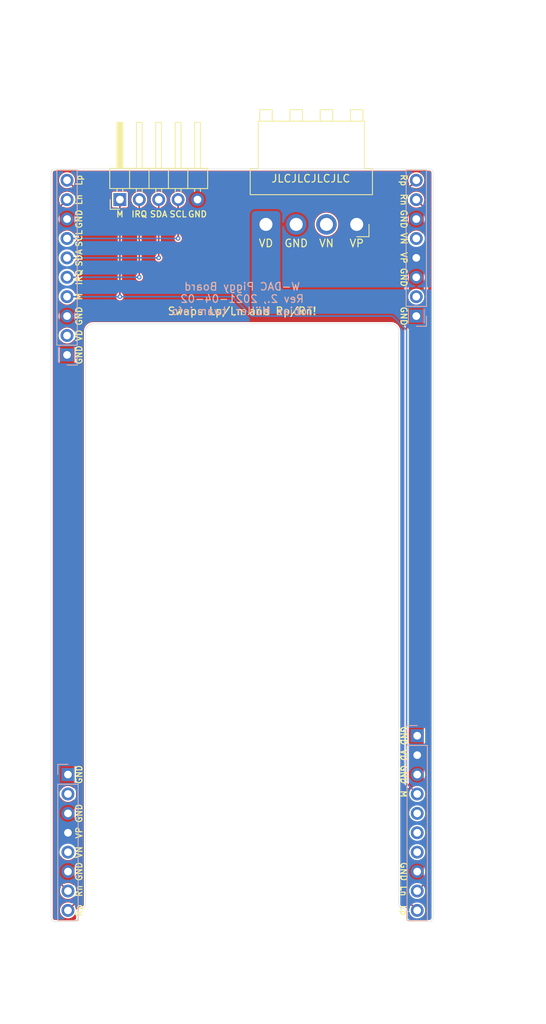
<source format=kicad_pcb>
(kicad_pcb (version 20211014) (generator pcbnew)
  (layers (0 "F.Cu" signal) (1 "In1.Cu" power) (2 "In2.Cu" power) (31 "B.Cu" power) (34 "B.Paste" user) (35 "F.Paste" user) (36 "B.SilkS" user "B.Silkscreen") (37 "F.SilkS" user "F.Silkscreen") (38 "B.Mask" user) (39 "F.Mask" user) (44 "Edge.Cuts" user))
  (net 0 "")
  (net 1 "Net-(J4-Pad2)")
  (net 2 "GND")
  (net 3 "/Rp")
  (net 4 "/Rn")
  (net 5 "Net-(J2-Pad2)")
  (net 6 "/Lp")
  (net 7 "/Ln")
  (net 8 "Net-(J5-Pad7)")
  (net 9 "Net-(J5-Pad6)")
  (net 10 "Net-(J5-Pad5)")
  (net 11 "VEE")
  (net 12 "VCC")
  (net 13 "/SCL")
  (net 14 "/SDA")
  (net 15 "/IRQ")
  (net 16 "/Mute")
  (net 17 "+5VD")
  (footprint "Connector_JST:JST_VH_B4PS-VH_1x04_P3.96mm_Horizontal" (layer "F.Cu") (at 165 48 180)
    (fp_text reference "J6" hide)
    (fp_text value "Power")
    (fp_line (start 0.82 15.01) (end 0.82 13.51) (layer "F.SilkS") (width 0.12))
    (fp_line (start 11.06 15.01) (end 12.7 15.01) (layer "F.SilkS") (width 0.12))
    (fp_line (start 13.94 3.89) (end 13.94 7.31) (layer "F.SilkS") (width 0.12))
    (fp_line (start -1.01 7.31) (end -2.06 7.31) (layer "F.SilkS") (width 0.12))
    (fp_line (start 12.89 7.31) (end 12.89 13.51) (layer "F.SilkS") (width 0.12))
    (fp_line (start -0.82 15.01) (end 0.82 15.01) (layer "F.SilkS") (width 0.12))
    (fp_line (start 12.7 15.01) (end 12.7 13.51) (layer "F.SilkS") (width 0.12))
    (fp_line (start 7.1 15.01) (end 8.74 15.01) (layer "F.SilkS") (width 0.12))
    (fp_line (start 3.14 13.51) (end 3.14 15.01) (layer "F.SilkS") (width 0.12))
    (fp_line (start 3.14 15.01) (end 4.78 15.01) (layer "F.SilkS") (width 0.12))
    (fp_line (start -1.01 13.51) (end -1.01 7.31) (layer "F.SilkS") (width 0.12))
    (fp_line (start 0 -1.61) (end -1.61 -1.61) (layer "F.SilkS") (width 0.12))
    (fp_line (start 11.06 13.51) (end 11.06 15.01) (layer "F.SilkS") (width 0.12))
    (fp_line (start -2.06 7.31) (end -2.06 3.89) (layer "F.SilkS") (width 0.12))
    (fp_line (start -1.61 -1.61) (end -1.61 0) (layer "F.SilkS") (width 0.12))
    (fp_line (start 4.78 15.01) (end 4.78 13.51) (layer "F.SilkS") (width 0.12))
    (fp_line (start 12.89 13.51) (end -1.01 13.51) (layer "F.SilkS") (width 0.12))
    (fp_line (start 7.1 13.51) (end 7.1 15.01) (layer "F.SilkS") (width 0.12))
    (fp_line (start -2.06 3.89) (end 13.94 3.89) (layer "F.SilkS") (width 0.12))
    (fp_line (start 13.94 7.31) (end 12.89 7.31) (layer "F.SilkS") (width 0.12))
    (fp_line (start 8.74 15.01) (end 8.74 13.51) (layer "F.SilkS") (width 0.12))
    (fp_line (start -0.82 13.51) (end -0.82 15.01) (layer "F.SilkS") (width 0.12))
    (pad "1" thru_hole roundrect locked (at 0 0 180) (size 2.7 2.7) (drill 1.7) (layers *.Cu *.Mask) (roundrect_rratio 0.09259296296) (net 12 "VCC"))
    (pad "2" thru_hole circle locked (at 3.96 0 180) (size 2.7 2.7) (drill 1.7) (layers *.Cu *.Mask) (net 11 "VEE"))
    (pad "3" thru_hole circle locked (at 7.92 0 180) (size 2.7 2.7) (drill 1.7) (layers *.Cu *.Mask) (net 2 "GND"))
    (pad "4" thru_hole circle locked (at 11.88 0 180) (size 2.7 2.7) (drill 1.7) (layers *.Cu *.Mask) (net 17 "+5VD"))
  )
  (footprint "Connector_PinHeader_2.54mm:PinHeader_1x05_P2.54mm_Horizontal" (layer "F.Cu") (at 134 44.75 90)
    (fp_text reference "J1" hide)
    (fp_text value "I2C")
    (fp_line (start 1.44 6.35) (end 4.1 6.35) (layer "F.SilkS") (width 0.12))
    (fp_line (start 10.1 -0.38) (end 10.1 0.38) (layer "F.SilkS") (width 0.12))
    (fp_line (start 10.1 9.78) (end 10.1 10.54) (layer "F.SilkS") (width 0.12))
    (fp_line (start 10.1 8) (end 4.1 8) (layer "F.SilkS") (width 0.12))
    (fp_line (start 4.1 -0.32) (end 10.1 -0.32) (layer "F.SilkS") (width 0.12))
    (fp_line (start 1.44 1.27) (end 4.1 1.27) (layer "F.SilkS") (width 0.12))
    (fp_line (start 4.1 0.28) (end 10.1 0.28) (layer "F.SilkS") (width 0.12))
    (fp_line (start 1.44 8.89) (end 4.1 8.89) (layer "F.SilkS") (width 0.12))
    (fp_line (start -1.27 0) (end -1.27 -1.27) (layer "F.SilkS") (width 0.12))
    (fp_line (start 10.1 0.38) (end 4.1 0.38) (layer "F.SilkS") (width 0.12))
    (fp_line (start 1.11 -0.38) (end 1.44 -0.38) (layer "F.SilkS") (width 0.12))
    (fp_line (start -1.27 -1.27) (end 0 -1.27) (layer "F.SilkS") (width 0.12))
    (fp_line (start 10.1 2.16) (end 10.1 2.92) (layer "F.SilkS") (width 0.12))
    (fp_line (start 10.1 5.46) (end 4.1 5.46) (layer "F.SilkS") (width 0.12))
    (fp_line (start 4.1 -0.38) (end 10.1 -0.38) (layer "F.SilkS") (width 0.12))
    (fp_line (start 4.1 -0.08) (end 10.1 -0.08) (layer "F.SilkS") (width 0.12))
    (fp_line (start 4.1 4.7) (end 10.1 4.7) (layer "F.SilkS") (width 0.12))
    (fp_line (start 1.042929 5.46) (end 1.44 5.46) (layer "F.SilkS") (width 0.12))
    (fp_line (start 1.44 -1.33) (end 1.44 11.49) (layer "F.SilkS") (width 0.12))
    (fp_line (start 1.042929 8) (end 1.44 8) (layer "F.SilkS") (width 0.12))
    (fp_line (start 10.1 10.54) (end 4.1 10.54) (layer "F.SilkS") (width 0.12))
    (fp_line (start 4.1 -1.33) (end 1.44 -1.33) (layer "F.SilkS") (width 0.12))
    (fp_line (start 1.11 0.38) (end 1.44 0.38) (layer "F.SilkS") (width 0.12))
    (fp_line (start 4.1 2.16) (end 10.1 2.16) (layer "F.SilkS") (width 0.12))
    (fp_line (start 4.1 11.49) (end 4.1 -1.33) (layer "F.SilkS") (width 0.12))
    (fp_line (start 1.042929 2.92) (end 1.44 2.92) (layer "F.SilkS") (width 0.12))
    (fp_line (start 1.44 3.81) (end 4.1 3.81) (layer "F.SilkS") (width 0.12))
    (fp_line (start 1.042929 4.7) (end 1.44 4.7) (layer "F.SilkS") (width 0.12))
    (fp_line (start 1.042929 7.24) (end 1.44 7.24) (layer "F.SilkS") (width 0.12))
    (fp_line (start 1.44 11.49) (end 4.1 11.49) (layer "F.SilkS") (width 0.12))
    (fp_line (start 1.042929 9.78) (end 1.44 9.78) (layer "F.SilkS") (width 0.12))
    (fp_line (start 4.1 0.16) (end 10.1 0.16) (layer "F.SilkS") (width 0.12))
    (fp_line (start 10.1 4.7) (end 10.1 5.46) (layer "F.SilkS") (width 0.12))
    (fp_line (start 1.042929 2.16) (end 1.44 2.16) (layer "F.SilkS") (width 0.12))
    (fp_line (start 4.1 7.24) (end 10.1 7.24) (layer "F.SilkS") (width 0.12))
    (fp_line (start 10.1 7.24) (end 10.1 8) (layer "F.SilkS") (width 0.12))
    (fp_line (start 4.1 9.78) (end 10.1 9.78) (layer "F.SilkS") (width 0.12))
    (fp_line (start 4.1 -0.2) (end 10.1 -0.2) (layer "F.SilkS") (width 0.12))
    (fp_line (start 10.1 2.92) (end 4.1 2.92) (layer "F.SilkS") (width 0.12))
    (fp_line (start 1.042929 10.54) (end 1.44 10.54) (layer "F.SilkS") (width 0.12))
    (fp_line (start 4.1 0.04) (end 10.1 0.04) (layer "F.SilkS") (width 0.12))
    (pad "1" thru_hole rect locked (at 0 0 90) (size 1.7 1.7) (drill 1) (layers *.Cu *.Mask) (net 16 "/Mute"))
    (pad "2" thru_hole oval locked (at 0 2.54 90) (size 1.7 1.7) (drill 1) (layers *.Cu *.Mask) (net 15 "/IRQ"))
    (pad "3" thru_hole oval locked (at 0 5.08 90) (size 1.7 1.7) (drill 1) (layers *.Cu *.Mask) (net 14 "/SDA"))
    (pad "4" thru_hole oval locked (at 0 7.62 90) (size 1.7 1.7) (drill 1) (layers *.Cu *.Mask) (net 13 "/SCL"))
    (pad "5" thru_hole oval locked (at 0 10.16 90) (size 1.7 1.7) (drill 1) (layers *.Cu *.Mask) (net 2 "GND"))
  )
  (footprint "Connector_PinSocket_2.54mm:PinSocket_1x10_P2.54mm_Vertical" (layer "B.Cu") (at 127.08 65.08)
    (fp_text reference "J3" hide)
    (fp_text value "W-DAC J3")
    (fp_line (start 1.33 1.33) (end 1.33 0) (layer "B.SilkS") (width 0.12))
    (fp_line (start -1.33 -1.27) (end -1.33 -24.19) (layer "B.SilkS") (width 0.12))
    (fp_line (start 1.33 -1.27) (end 1.33 -24.19) (layer "B.SilkS") (width 0.12))
    (fp_line (start -1.33 -1.27) (end 1.33 -1.27) (layer "B.SilkS") (width 0.12))
    (fp_line (start -1.33 -24.19) (end 1.33 -24.19) (layer "B.SilkS") (width 0.12))
    (fp_line (start 0 1.33) (end 1.33 1.33) (layer "B.SilkS") (width 0.12))
    (pad "1" thru_hole rect locked (at 0 0) (size 1.7 1.7) (drill 1) (layers *.Cu *.Mask) (net 2 "GND"))
    (pad "2" thru_hole oval locked (at 0 -2.54) (size 1.7 1.7) (drill 1) (layers *.Cu *.Mask) (net 17 "+5VD"))
    (pad "3" thru_hole oval locked (at 0 -5.08) (size 1.7 1.7) (drill 1) (layers *.Cu *.Mask) (net 2 "GND"))
    (pad "4" thru_hole oval locked (at 0 -7.62) (size 1.7 1.7) (drill 1) (layers *.Cu *.Mask) (net 16 "/Mute"))
    (pad "5" thru_hole oval locked (at 0 -10.16) (size 1.7 1.7) (drill 1) (layers *.Cu *.Mask) (net 15 "/IRQ"))
    (pad "6" thru_hole oval locked (at 0 -12.7) (size 1.7 1.7) (drill 1) (layers *.Cu *.Mask) (net 14 "/SDA"))
    (pad "7" thru_hole oval locked (at 0 -15.24) (size 1.7 1.7) (drill 1) (layers *.Cu *.Mask) (net 13 "/SCL"))
    (pad "8" thru_hole oval locked (at 0 -17.78) (size 1.7 1.7) (drill 1) (layers *.Cu *.Mask) (net 2 "GND"))
    (pad "9" thru_hole oval locked (at 0 -20.32) (size 1.7 1.7) (drill 1) (layers *.Cu *.Mask) (net 7 "/Ln"))
    (pad "10" thru_hole oval locked (at 0 -22.86) (size 1.7 1.7) (drill 1) (layers *.Cu *.Mask) (net 6 "/Lp"))
  )
  (footprint "Connector_PinSocket_2.54mm:PinSocket_1x08_P2.54mm_Vertical" (layer "B.Cu") (at 172.8 60)
    (fp_text reference "J4" hide)
    (fp_text value "W-DAC J4")
    (fp_line (start 1.33 1.33) (end 1.33 0) (layer "B.SilkS") (width 0.12))
    (fp_line (start 0 1.33) (end 1.33 1.33) (layer "B.SilkS") (width 0.12))
    (fp_line (start -1.33 -19.11) (end 1.33 -19.11) (layer "B.SilkS") (width 0.12))
    (fp_line (start -1.33 -1.27) (end -1.33 -19.11) (layer "B.SilkS") (width 0.12))
    (fp_line (start 1.33 -1.27) (end 1.33 -19.11) (layer "B.SilkS") (width 0.12))
    (fp_line (start -1.33 -1.27) (end 1.33 -1.27) (layer "B.SilkS") (width 0.12))
    (pad "1" thru_hole rect locked (at 0 0) (size 1.7 1.7) (drill 1) (layers *.Cu *.Mask) (net 2 "GND"))
    (pad "2" thru_hole oval locked (at 0 -2.54) (size 1.7 1.7) (drill 1) (layers *.Cu *.Mask) (net 1 "Net-(J4-Pad2)"))
    (pad "3" thru_hole oval locked (at 0 -5.08) (size 1.7 1.7) (drill 1) (layers *.Cu *.Mask) (net 2 "GND"))
    (pad "4" thru_hole oval locked (at 0 -7.62) (size 1.7 1.7) (drill 1) (layers *.Cu *.Mask) (net 12 "VCC"))
    (pad "5" thru_hole oval locked (at 0 -10.16) (size 1.7 1.7) (drill 1) (layers *.Cu *.Mask) (net 11 "VEE"))
    (pad "6" thru_hole oval locked (at 0 -12.7) (size 1.7 1.7) (drill 1) (layers *.Cu *.Mask) (net 2 "GND"))
    (pad "7" thru_hole oval locked (at 0 -15.24) (size 1.7 1.7) (drill 1) (layers *.Cu *.Mask) (net 4 "/Rn"))
    (pad "8" thru_hole oval locked (at 0 -17.78) (size 1.7 1.7) (drill 1) (layers *.Cu *.Mask) (net 3 "/Rp"))
  )
  (footprint "Connector_PinSocket_2.54mm:PinSocket_1x08_P2.54mm_Vertical" (layer "B.Cu") (at 127.2 120 180)
    (fp_text reference "J2" hide)
    (fp_text value "W-Output")
    (fp_line (start -1.33 -19.11) (end 1.33 -19.11) (layer "B.SilkS") (width 0.12))
    (fp_line (start 1.33 1.33) (end 1.33 0) (layer "B.SilkS") (width 0.12))
    (fp_line (start 1.33 -1.27) (end 1.33 -19.11) (layer "B.SilkS") (width 0.12))
    (fp_line (start 0 1.33) (end 1.33 1.33) (layer "B.SilkS") (width 0.12))
    (fp_line (start -1.33 -1.27) (end -1.33 -19.11) (layer "B.SilkS") (width 0.12))
    (fp_line (start -1.33 -1.27) (end 1.33 -1.27) (layer "B.SilkS") (width 0.12))
    (pad "1" thru_hole rect locked (at 0 0 180) (size 1.7 1.7) (drill 1) (layers *.Cu *.Mask) (net 2 "GND"))
    (pad "2" thru_hole oval locked (at 0 -2.54 180) (size 1.7 1.7) (drill 1) (layers *.Cu *.Mask) (net 5 "Net-(J2-Pad2)"))
    (pad "3" thru_hole oval locked (at 0 -5.08 180) (size 1.7 1.7) (drill 1) (layers *.Cu *.Mask) (net 2 "GND"))
    (pad "4" thru_hole oval locked (at 0 -7.62 180) (size 1.7 1.7) (drill 1) (layers *.Cu *.Mask) (net 12 "VCC"))
    (pad "5" thru_hole oval locked (at 0 -10.16 180) (size 1.7 1.7) (drill 1) (layers *.Cu *.Mask) (net 11 "VEE"))
    (pad "6" thru_hole oval locked (at 0 -12.7 180) (size 1.7 1.7) (drill 1) (layers *.Cu *.Mask) (net 2 "GND"))
    (pad "7" thru_hole oval locked (at 0 -15.24 180) (size 1.7 1.7) (drill 1) (layers *.Cu *.Mask) (net 7 "/Ln"))
    (pad "8" thru_hole oval locked (at 0 -17.78 180) (size 1.7 1.7) (drill 1) (layers *.Cu *.Mask) (net 6 "/Lp"))
  )
  (footprint "Connector_PinSocket_2.54mm:PinSocket_1x10_P2.54mm_Vertical" (layer "B.Cu") (at 172.92 114.92 180)
    (fp_text reference "J5" hide)
    (fp_text value "W-Output")
    (fp_line (start 1.33 -1.27) (end 1.33 -24.19) (layer "B.SilkS") (width 0.12))
    (fp_line (start 1.33 1.33) (end 1.33 0) (layer "B.SilkS") (width 0.12))
    (fp_line (start -1.33 -24.19) (end 1.33 -24.19) (layer "B.SilkS") (width 0.12))
    (fp_line (start -1.33 -1.27) (end -1.33 -24.19) (layer "B.SilkS") (width 0.12))
    (fp_line (start -1.33 -1.27) (end 1.33 -1.27) (layer "B.SilkS") (width 0.12))
    (fp_line (start 0 1.33) (end 1.33 1.33) (layer "B.SilkS") (width 0.12))
    (pad "1" thru_hole rect locked (at 0 0 180) (size 1.7 1.7) (drill 1) (layers *.Cu *.Mask) (net 2 "GND"))
    (pad "2" thru_hole oval locked (at 0 -2.54 180) (size 1.7 1.7) (drill 1) (layers *.Cu *.Mask) (net 17 "+5VD"))
    (pad "3" thru_hole oval locked (at 0 -5.08 180) (size 1.7 1.7) (drill 1) (layers *.Cu *.Mask) (net 2 "GND"))
    (pad "4" thru_hole oval locked (at 0 -7.62 180) (size 1.7 1.7) (drill 1) (layers *.Cu *.Mask) (net 16 "/Mute"))
    (pad "5" thru_hole oval locked (at 0 -10.16 180) (size 1.7 1.7) (drill 1) (layers *.Cu *.Mask) (net 10 "Net-(J5-Pad5)"))
    (pad "6" thru_hole oval locked (at 0 -12.7 180) (size 1.7 1.7) (drill 1) (layers *.Cu *.Mask) (net 9 "Net-(J5-Pad6)"))
    (pad "7" thru_hole oval locked (at 0 -15.24 180) (size 1.7 1.7) (drill 1) (layers *.Cu *.Mask) (net 8 "Net-(J5-Pad7)"))
    (pad "8" thru_hole oval locked (at 0 -17.78 180) (size 1.7 1.7) (drill 1) (layers *.Cu *.Mask) (net 2 "GND"))
    (pad "9" thru_hole oval locked (at 0 -20.32 180) (size 1.7 1.7) (drill 1) (layers *.Cu *.Mask) (net 4 "/Rn"))
    (pad "10" thru_hole oval locked (at 0 -22.86 180) (size 1.7 1.7) (drill 1) (layers *.Cu *.Mask) (net 3 "/Rp"))
  )
  (gr_line (start 128.5 138) (end 128.5 138.75) (layer "Edge.Cuts") (width 0.05))
  (gr_line (start 174.5 40.75) (end 125.5 40.75) (layer "Edge.Cuts") (width 0.05))
  (gr_arc (start 129.5 137) (mid 129.353553 137.353553) (end 129 137.5) (layer "Edge.Cuts") (width 0.05))
  (gr_line (start 130.5 61) (end 169.5 61) (layer "Edge.Cuts") (width 0.05))
  (gr_line (start 174.5 139.25) (end 172 139.25) (layer "Edge.Cuts") (width 0.05))
  (gr_arc (start 129.5 62) (mid 129.792893 61.292893) (end 130.5 61) (layer "Edge.Cuts") (width 0.05))
  (gr_line (start 170.5 62) (end 170.5 137) (layer "Edge.Cuts") (width 0.05))
  (gr_arc (start 125.5 139.25) (mid 125.146447 139.103553) (end 125 138.75) (layer "Edge.Cuts") (width 0.05))
  (gr_line (start 129.5 62) (end 129.5 137) (layer "Edge.Cuts") (width 0.05))
  (gr_line (start 125 41.25) (end 125 138.75) (layer "Edge.Cuts") (width 0.05))
  (gr_line (start 125.5 139.25) (end 128 139.25) (layer "Edge.Cuts") (width 0.05))
  (gr_arc (start 174.5 40.75) (mid 174.853553 40.896447) (end 175 41.25) (layer "Edge.Cuts") (width 0.05))
  (gr_arc (start 128.5 138.75) (mid 128.353553 139.103553) (end 128 139.25) (layer "Edge.Cuts") (width 0.05))
  (gr_arc (start 171 137.5) (mid 171.353553 137.646447) (end 171.5 138) (layer "Edge.Cuts") (width 0.05))
  (gr_arc (start 128.5 138) (mid 128.646447 137.646447) (end 129 137.5) (layer "Edge.Cuts") (width 0.05))
  (gr_arc (start 171 137.5) (mid 170.646447 137.353553) (end 170.5 137) (layer "Edge.Cuts") (width 0.05))
  (gr_line (start 175 138.75) (end 175 41.25) (layer "Edge.Cuts") (width 0.05))
  (gr_arc (start 125 41.25) (mid 125.146447 40.896447) (end 125.5 40.75) (layer "Edge.Cuts") (width 0.05))
  (gr_arc (start 169.5 61) (mid 170.207107 61.292893) (end 170.5 62) (layer "Edge.Cuts") (width 0.05))
  (gr_arc (start 175 138.75) (mid 174.853553 139.103553) (end 174.5 139.25) (layer "Edge.Cuts") (width 0.05))
  (gr_arc (start 172 139.25) (mid 171.646447 139.103553) (end 171.5 138.75) (layer "Edge.Cuts") (width 0.05))
  (gr_line (start 171.5 138.75) (end 171.5 138) (layer "Edge.Cuts") (width 0.05))
  (gr_text "W-DAC Piggy Board\nRev 2., 2021-04-02\nTobias Müller, twam.info" (at 150 57.75) (layer "B.SilkS") (effects (font (size 1 1)) (justify mirror)))
  (gr_text "GND" (at 171.16 60 270) (layer "F.SilkS") (effects (font (size 0.8 0.8))))
  (gr_text "GND" (at 171.16 54.92 270) (layer "F.SilkS") (effects (font (size 0.8 0.8))))
  (gr_text "VP" (at 171.16 52.38 -90) (layer "F.SilkS") (effects (font (size 0.8 0.8))))
  (gr_text "VN" (at 171.16 49.84 -90) (layer "F.SilkS") (effects (font (size 0.8 0.8))))
  (gr_text "GND" (at 171.16 47.3 270) (layer "F.SilkS") (effects (font (size 0.8 0.8))))
  (gr_text "Rn" (at 171.16 44.76 270) (layer "F.SilkS") (effects (font (size 0.8 0.8))))
  (gr_text "Rp" (at 171.16 42.22 270) (layer "F.SilkS") (effects (font (size 0.8 0.8))))
  (gr_text "VD" (at 128.66 62.54 90) (layer "F.SilkS") (effects (font (size 0.8 0.8))))
  (gr_text "GND" (at 128.66 60 90) (layer "F.SilkS") (effects (font (size 0.8 0.8))))
  (gr_text "M" (at 128.66 57.46 90) (layer "F.SilkS") (effects (font (size 0.8 0.8))))
  (gr_text "Ln" (at 128.66 44.76 90) (layer "F.SilkS") (effects (font (size 0.8 0.8))))
  (gr_text "GND" (at 128.66 47.3 90) (layer "F.SilkS") (effects (font (size 0.8 0.8))))
  (gr_text "SCL" (at 128.66 49.84 90) (layer "F.SilkS") (effects (font (size 0.8 0.8))))
  (gr_text "SDA" (at 128.66 52.38 90) (layer "F.SilkS") (effects (font (size 0.8 0.8))))
  (gr_text "IRQ" (at 128.66 54.92 90) (layer "F.SilkS") (effects (font (size 0.8 0.8))))
  (gr_text "Lp" (at 128.66 42.22 90) (layer "F.SilkS") (effects (font (size 0.8 0.8))))
  (gr_text "GND" (at 128.66 65.08 90) (layer "F.SilkS") (effects (font (size 0.8 0.8))))
  (gr_text "Rp" (at 128.66 137.78 90) (layer "F.SilkS") (effects (font (size 0.8 0.8))))
  (gr_text "Rn" (at 128.66 135.24 90) (layer "F.SilkS") (effects (font (size 0.8 0.8))))
  (gr_text "GND" (at 128.66 132.7 90) (layer "F.SilkS") (effects (font (size 0.8 0.8))))
  (gr_text "VD" (at 171.16 117.46 -90) (layer "F.SilkS") (effects (font (size 0.8 0.8))))
  (gr_text "Lp" (at 171.16 137.78 -90) (layer "F.SilkS") (effects (font (size 0.8 0.8))))
  (gr_text "Ln" (at 171.16 135.24 -90) (layer "F.SilkS") (effects (font (size 0.8 0.8))))
  (gr_text "GND" (at 171.16 114.92 -90) (layer "F.SilkS") (effects (font (size 0.8 0.8))))
  (gr_text "VN" (at 128.66 130.16 90) (layer "F.SilkS") (effects (font (size 0.8 0.8))))
  (gr_text "VP" (at 128.66 127.62 90) (layer "F.SilkS") (effects (font (size 0.8 0.8))))
  (gr_text "GND" (at 128.66 120 90) (layer "F.SilkS") (effects (font (size 0.8 0.8))))
  (gr_text "M" (at 171.16 122.54 -90) (layer "F.SilkS") (effects (font (size 0.8 0.8))))
  (gr_text "VN" (at 161.04 50.47) (layer "F.SilkS") (effects (font (size 1 1))))
  (gr_text "M" (at 134 46.66) (layer "F.SilkS") (effects (font (size 0.8 0.8))))
  (gr_text "IRQ" (at 136.54 46.66) (layer "F.SilkS") (effects (font (size 0.8 0.8))))
  (gr_text "GND" (at 128.66 125.08 90) (layer "F.SilkS") (effects (font (size 0.8 0.8))))
  (gr_text "SDA" (at 139.08 46.66) (layer "F.SilkS") (effects (font (size 0.8 0.8))))
  (gr_text "GND" (at 171.16 132.7 -90) (layer "F.SilkS") (effects (font (size 0.8 0.8))))
  (gr_text "JLCJLCJLCJLC" (at 159 42) (layer "F.SilkS") (effects (font (size 1 1))))
  (gr_text "GND" (at 157.08 50.47) (layer "F.SilkS") (effects (font (size 1 1))))
  (gr_text "VD" (at 153.12 50.47) (layer "F.SilkS") (effects (font (size 1 1))))
  (gr_text "GND" (at 171.16 120 -90) (layer "F.SilkS") (effects (font (size 0.8 0.8))))
  (gr_text "SCL" (at 141.62 46.66) (layer "F.SilkS") (effects (font (size 0.8 0.8))))
  (gr_text "GND" (at 144.16 46.66) (layer "F.SilkS") (effects (font (size 0.8 0.8))))
  (gr_text "Swaps Lp/Ln and Rp/Rn!" (at 150 59.36) (layer "F.SilkS") (effects (font (size 1 1))))
  (gr_text "VP" (at 165 50.47) (layer "F.SilkS") (effects (font (size 1 1))))
  (segment (start 171.53 136.39) (end 172.92 137.78) (width 0.2) (layer "F.Cu") (net 3))
  (segment (start 172.8 42.22) (end 171.53 43.49) (width 0.2) (layer "F.Cu") (net 3))
  (segment (start 171.53 43.49) (end 171.53 136.39) (width 0.2) (layer "F.Cu") (net 3))
  (segment (start 174.07 134.09) (end 172.92 135.24) (width 0.2) (layer "F.Cu") (net 4))
  (segment (start 172.8 44.76) (end 174.07 46.03) (width 0.2) (layer "F.Cu") (net 4))
  (segment (start 174.07 46.03) (end 174.07 134.09) (width 0.2) (layer "F.Cu") (net 4))
  (segment (start 128.35 43.49) (end 128.35 136.63) (width 0.2) (layer "F.Cu") (net 6))
  (segment (start 128.35 136.63) (end 127.2 137.78) (width 0.2) (layer "F.Cu") (net 6))
  (segment (start 127.08 42.22) (end 128.35 43.49) (width 0.2) (layer "F.Cu") (net 6))
  (segment (start 125.81 46.03) (end 127.08 44.76) (width 0.2) (layer "F.Cu") (net 7))
  (segment (start 127.2 135.24) (end 125.81 133.85) (width 0.2) (layer "F.Cu") (net 7))
  (segment (start 125.81 133.85) (end 125.81 46.03) (width 0.2) (layer "F.Cu") (net 7))
  (segment (start 141.62 49.835) (end 141.62 44.75) (width 0.2) (layer "F.Cu") (net 13))
  (via (at 141.62 49.835) (size 0.6) (drill 0.3) (layers "F.Cu" "B.Cu") (net 13))
  (segment (start 127.085 49.835) (end 127.08 49.84) (width 0.2) (layer "B.Cu") (net 13))
  (segment (start 141.685 49.835) (end 127.085 49.835) (width 0.2) (layer "B.Cu") (net 13))
  (segment (start 139.08 52.38) (end 139.08 44.75) (width 0.2) (layer "F.Cu") (net 14))
  (via (at 139.08 52.38) (size 0.6) (drill 0.3) (layers "F.Cu" "B.Cu") (net 14))
  (segment (start 127.08 52.38) (end 139.145 52.38) (width 0.2) (layer "B.Cu") (net 14))
  (segment (start 136.54 54.915) (end 136.54 44.75) (width 0.2) (layer "F.Cu") (net 15))
  (via (at 136.54 54.915) (size 0.6) (drill 0.3) (layers "F.Cu" "B.Cu") (net 15))
  (segment (start 127.085 54.915) (end 127.08 54.92) (width 0.2) (layer "B.Cu") (net 15))
  (segment (start 136.2875 54.915) (end 127.085 54.915) (width 0.2) (layer "B.Cu") (net 15))
  (segment (start 134 57.455) (end 134 44.75) (width 0.2) (layer "F.Cu") (net 16))
  (via (at 134 57.455) (size 0.6) (drill 0.3) (layers "F.Cu" "B.Cu") (net 16))
  (segment (start 133.43 57.46) (end 133.42593 57.45593) (width 0.2) (layer "B.Cu") (net 16))
  (segment (start 130.6275 57.46) (end 127.08 57.46) (width 0.2) (layer "B.Cu") (net 16))
  (segment (start 172.92 122.54) (end 171.53 121.15) (width 0.2) (layer "B.Cu") (net 16))
  (segment (start 151.26 59.995) (end 148.725 57.46) (width 0.2) (layer "B.Cu") (net 16))
  (segment (start 171.53 61.84) (end 169.685 59.995) (width 0.2) (layer "B.Cu") (net 16))
  (segment (start 148.725 57.46) (end 133.43 57.46) (width 0.2) (layer "B.Cu") (net 16))
  (segment (start 134.065 57.455) (end 133.42593 57.45593) (width 0.2) (layer "B.Cu") (net 16))
  (segment (start 133.42593 57.45593) (end 130.6275 57.46) (width 0.2) (layer "B.Cu") (net 16))
  (segment (start 171.53 121.15) (end 171.53 61.84) (width 0.2) (layer "B.Cu") (net 16))
  (segment (start 169.685 59.995) (end 151.26 59.995) (width 0.2) (layer "B.Cu") (net 16))
  (zone (net 2) (net_name "GND") (layer "F.Cu") (connect_pads yes (clearance 0.1905)) (min_thickness 0.1905) (fill yes (thermal_gap 0.508) (thermal_bridge_width 0.508) (smoothing fillet) (radius 0.508))
    (polygon (pts (xy 175 139.25) (xy 125 139.25) (xy 125 40.75) (xy 175 40.75)))
  )
  (zone (net 17) (net_name "+5VD") (layer "B.Cu") (priority 1) (connect_pads yes (clearance 0.1905)) (min_thickness 0.1905) (fill yes (thermal_gap 0.508) (thermal_bridge_width 0.508) (smoothing fillet) (radius 0.508))
    (polygon (pts (xy 155 56.5) (xy 175 56.5) (xy 175 139.25) (xy 170 139.25) (xy 170 62) (xy 151.25 62) (xy 151.25 46.25) (xy 155 46.25)))
  )
  (zone (net 12) (net_name "VCC") (layer "B.Cu") (connect_pads yes (clearance 0.254)) (min_thickness 0.254) (fill yes (thermal_gap 0.508) (thermal_bridge_width 0.508) (smoothing fillet) (radius 0.508))
    (polygon (pts (xy 175 139.25) (xy 130 139.25) (xy 125 139.25) (xy 125 40.75) (xy 175 40.75)))
  )
)
</source>
